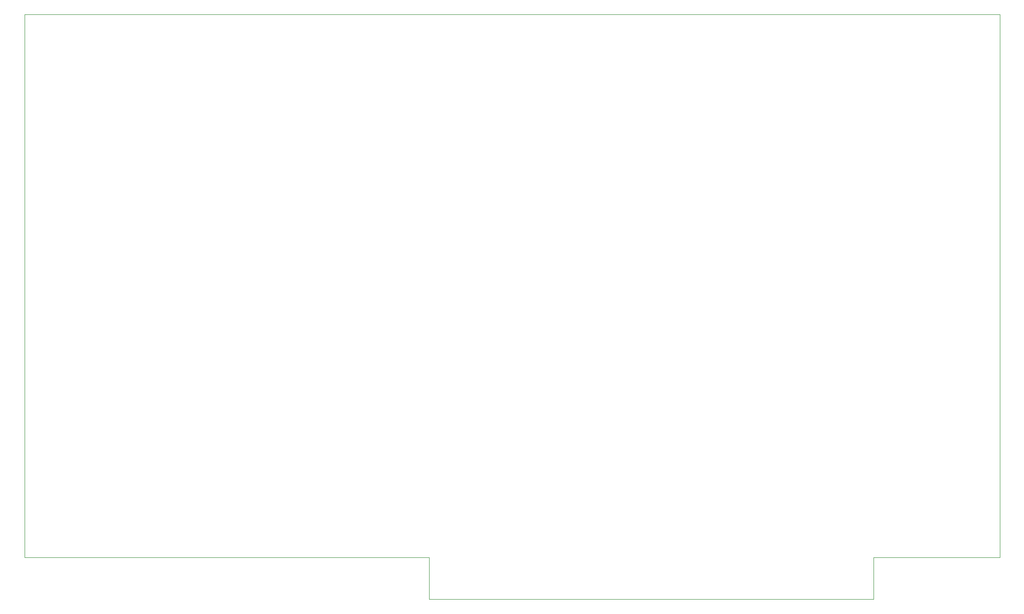
<source format=gbr>
G04 #@! TF.GenerationSoftware,KiCad,Pcbnew,(5.1.8)-1*
G04 #@! TF.CreationDate,2024-05-28T10:21:55-06:00*
G04 #@! TF.ProjectId,8088 PCB,38303838-2050-4434-922e-6b696361645f,rev?*
G04 #@! TF.SameCoordinates,Original*
G04 #@! TF.FileFunction,Profile,NP*
%FSLAX46Y46*%
G04 Gerber Fmt 4.6, Leading zero omitted, Abs format (unit mm)*
G04 Created by KiCad (PCBNEW (5.1.8)-1) date 2024-05-28 10:21:55*
%MOMM*%
%LPD*%
G01*
G04 APERTURE LIST*
G04 #@! TA.AperFunction,Profile*
%ADD10C,0.050000*%
G04 #@! TD*
G04 APERTURE END LIST*
D10*
X58420000Y-38100000D02*
X236220000Y-38100000D01*
X132207000Y-137160000D02*
X58420000Y-137160000D01*
X213233000Y-144780000D02*
X213233000Y-137160000D01*
X132207000Y-144780000D02*
X213233000Y-144780000D01*
X132207000Y-137160000D02*
X132207000Y-144780000D01*
X58420000Y-137160000D02*
X58420000Y-38100000D01*
X236220000Y-137160000D02*
X236220000Y-38100000D01*
X213233000Y-137160000D02*
X236220000Y-137160000D01*
M02*

</source>
